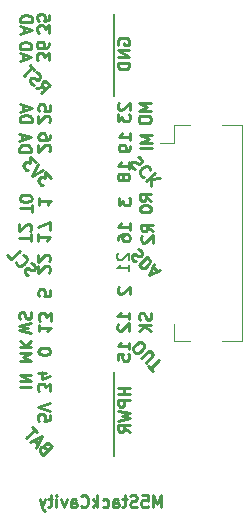
<source format=gbr>
G04 #@! TF.GenerationSoftware,KiCad,Pcbnew,5.0.2-bee76a0~70~ubuntu18.04.1*
G04 #@! TF.CreationDate,2019-05-12T18:15:27+09:00*
G04 #@! TF.ProjectId,top_pcb,746f705f-7063-4622-9e6b-696361645f70,rev?*
G04 #@! TF.SameCoordinates,Original*
G04 #@! TF.FileFunction,Legend,Bot*
G04 #@! TF.FilePolarity,Positive*
%FSLAX46Y46*%
G04 Gerber Fmt 4.6, Leading zero omitted, Abs format (unit mm)*
G04 Created by KiCad (PCBNEW 5.0.2-bee76a0~70~ubuntu18.04.1) date 2019年05月12日 18時15分27秒*
%MOMM*%
%LPD*%
G01*
G04 APERTURE LIST*
%ADD10C,0.200000*%
%ADD11C,0.250000*%
%ADD12C,0.120000*%
G04 APERTURE END LIST*
D10*
X135915400Y-86715600D02*
X135915400Y-93878400D01*
X135902700Y-63347600D02*
X135940800Y-56413400D01*
D11*
X139905738Y-98178880D02*
X139905738Y-97178880D01*
X139572404Y-97893166D01*
X139239071Y-97178880D01*
X139239071Y-98178880D01*
X138286690Y-97178880D02*
X138762880Y-97178880D01*
X138810500Y-97655071D01*
X138762880Y-97607452D01*
X138667642Y-97559833D01*
X138429547Y-97559833D01*
X138334309Y-97607452D01*
X138286690Y-97655071D01*
X138239071Y-97750309D01*
X138239071Y-97988404D01*
X138286690Y-98083642D01*
X138334309Y-98131261D01*
X138429547Y-98178880D01*
X138667642Y-98178880D01*
X138762880Y-98131261D01*
X138810500Y-98083642D01*
X137858119Y-98131261D02*
X137715261Y-98178880D01*
X137477166Y-98178880D01*
X137381928Y-98131261D01*
X137334309Y-98083642D01*
X137286690Y-97988404D01*
X137286690Y-97893166D01*
X137334309Y-97797928D01*
X137381928Y-97750309D01*
X137477166Y-97702690D01*
X137667642Y-97655071D01*
X137762880Y-97607452D01*
X137810500Y-97559833D01*
X137858119Y-97464595D01*
X137858119Y-97369357D01*
X137810500Y-97274119D01*
X137762880Y-97226500D01*
X137667642Y-97178880D01*
X137429547Y-97178880D01*
X137286690Y-97226500D01*
X137000976Y-97512214D02*
X136620023Y-97512214D01*
X136858119Y-97178880D02*
X136858119Y-98036023D01*
X136810500Y-98131261D01*
X136715261Y-98178880D01*
X136620023Y-98178880D01*
X135858119Y-98178880D02*
X135858119Y-97655071D01*
X135905738Y-97559833D01*
X136000976Y-97512214D01*
X136191452Y-97512214D01*
X136286690Y-97559833D01*
X135858119Y-98131261D02*
X135953357Y-98178880D01*
X136191452Y-98178880D01*
X136286690Y-98131261D01*
X136334309Y-98036023D01*
X136334309Y-97940785D01*
X136286690Y-97845547D01*
X136191452Y-97797928D01*
X135953357Y-97797928D01*
X135858119Y-97750309D01*
X134953357Y-98131261D02*
X135048595Y-98178880D01*
X135239071Y-98178880D01*
X135334309Y-98131261D01*
X135381928Y-98083642D01*
X135429547Y-97988404D01*
X135429547Y-97702690D01*
X135381928Y-97607452D01*
X135334309Y-97559833D01*
X135239071Y-97512214D01*
X135048595Y-97512214D01*
X134953357Y-97559833D01*
X134524785Y-98178880D02*
X134524785Y-97178880D01*
X134429547Y-97797928D02*
X134143833Y-98178880D01*
X134143833Y-97512214D02*
X134524785Y-97893166D01*
X133143833Y-98083642D02*
X133191452Y-98131261D01*
X133334309Y-98178880D01*
X133429547Y-98178880D01*
X133572404Y-98131261D01*
X133667642Y-98036023D01*
X133715261Y-97940785D01*
X133762880Y-97750309D01*
X133762880Y-97607452D01*
X133715261Y-97416976D01*
X133667642Y-97321738D01*
X133572404Y-97226500D01*
X133429547Y-97178880D01*
X133334309Y-97178880D01*
X133191452Y-97226500D01*
X133143833Y-97274119D01*
X132286690Y-98178880D02*
X132286690Y-97655071D01*
X132334309Y-97559833D01*
X132429547Y-97512214D01*
X132620023Y-97512214D01*
X132715261Y-97559833D01*
X132286690Y-98131261D02*
X132381928Y-98178880D01*
X132620023Y-98178880D01*
X132715261Y-98131261D01*
X132762880Y-98036023D01*
X132762880Y-97940785D01*
X132715261Y-97845547D01*
X132620023Y-97797928D01*
X132381928Y-97797928D01*
X132286690Y-97750309D01*
X131905738Y-97512214D02*
X131667642Y-98178880D01*
X131429547Y-97512214D01*
X131048595Y-98178880D02*
X131048595Y-97512214D01*
X131048595Y-97178880D02*
X131096214Y-97226500D01*
X131048595Y-97274119D01*
X131000976Y-97226500D01*
X131048595Y-97178880D01*
X131048595Y-97274119D01*
X130715261Y-97512214D02*
X130334309Y-97512214D01*
X130572404Y-97178880D02*
X130572404Y-98036023D01*
X130524785Y-98131261D01*
X130429547Y-98178880D01*
X130334309Y-98178880D01*
X130096214Y-97512214D02*
X129858119Y-98178880D01*
X129620023Y-97512214D02*
X129858119Y-98178880D01*
X129953357Y-98416976D01*
X130000976Y-98464595D01*
X130096214Y-98512214D01*
X130481319Y-88337923D02*
X130481319Y-87718876D01*
X130100366Y-88052209D01*
X130100366Y-87909352D01*
X130052747Y-87814114D01*
X130005128Y-87766495D01*
X129909890Y-87718876D01*
X129671795Y-87718876D01*
X129576557Y-87766495D01*
X129528938Y-87814114D01*
X129481319Y-87909352D01*
X129481319Y-88195066D01*
X129528938Y-88290304D01*
X129576557Y-88337923D01*
X130147985Y-86861733D02*
X129481319Y-86861733D01*
X130528938Y-87099828D02*
X129814652Y-87337923D01*
X129814652Y-86718876D01*
X127931919Y-88014109D02*
X128931919Y-88014109D01*
X127931919Y-87537919D02*
X128931919Y-87537919D01*
X127931919Y-86966490D01*
X128931919Y-86966490D01*
X130532119Y-85036019D02*
X130532119Y-84940780D01*
X130484500Y-84845542D01*
X130436880Y-84797923D01*
X130341642Y-84750304D01*
X130151166Y-84702685D01*
X129913071Y-84702685D01*
X129722595Y-84750304D01*
X129627357Y-84797923D01*
X129579738Y-84845542D01*
X129532119Y-84940780D01*
X129532119Y-85036019D01*
X129579738Y-85131257D01*
X129627357Y-85178876D01*
X129722595Y-85226495D01*
X129913071Y-85274114D01*
X130151166Y-85274114D01*
X130341642Y-85226495D01*
X130436880Y-85178876D01*
X130484500Y-85131257D01*
X130532119Y-85036019D01*
X127931919Y-85796333D02*
X128931919Y-85796333D01*
X128217633Y-85463000D01*
X128931919Y-85129666D01*
X127931919Y-85129666D01*
X127931919Y-84653476D02*
X128931919Y-84653476D01*
X127931919Y-84082047D02*
X128503347Y-84510619D01*
X128931919Y-84082047D02*
X128360490Y-84653476D01*
X137231380Y-84823323D02*
X137231380Y-84251895D01*
X137231380Y-84537609D02*
X136231380Y-84537609D01*
X136374238Y-84442371D01*
X136469476Y-84347133D01*
X136517095Y-84251895D01*
X136231380Y-85728085D02*
X136231380Y-85251895D01*
X136707571Y-85204276D01*
X136659952Y-85251895D01*
X136612333Y-85347133D01*
X136612333Y-85585228D01*
X136659952Y-85680466D01*
X136707571Y-85728085D01*
X136802809Y-85775704D01*
X137040904Y-85775704D01*
X137136142Y-85728085D01*
X137183761Y-85680466D01*
X137231380Y-85585228D01*
X137231380Y-85347133D01*
X137183761Y-85251895D01*
X137136142Y-85204276D01*
X137589668Y-84973318D02*
X137724355Y-85108005D01*
X137825370Y-85141677D01*
X137960057Y-85141677D01*
X138128416Y-85040661D01*
X138364118Y-84804959D01*
X138465133Y-84636600D01*
X138465133Y-84501913D01*
X138431461Y-84400898D01*
X138296774Y-84266211D01*
X138195759Y-84232539D01*
X138061072Y-84232539D01*
X137892713Y-84333555D01*
X137657011Y-84569257D01*
X137555996Y-84737616D01*
X137555996Y-84872303D01*
X137589668Y-84973318D01*
X138195759Y-85579409D02*
X138768179Y-85006990D01*
X138869194Y-84973318D01*
X138936538Y-84973318D01*
X139037553Y-85006990D01*
X139172240Y-85141677D01*
X139205912Y-85242692D01*
X139205912Y-85310035D01*
X139172240Y-85411051D01*
X138599820Y-85983470D01*
X138835522Y-86219173D02*
X139239583Y-86623234D01*
X139744660Y-85714096D02*
X139037553Y-86421203D01*
X137205980Y-82296023D02*
X137205980Y-81724595D01*
X137205980Y-82010309D02*
X136205980Y-82010309D01*
X136348838Y-81915071D01*
X136444076Y-81819833D01*
X136491695Y-81724595D01*
X136301219Y-82676976D02*
X136253600Y-82724595D01*
X136205980Y-82819833D01*
X136205980Y-83057928D01*
X136253600Y-83153166D01*
X136301219Y-83200785D01*
X136396457Y-83248404D01*
X136491695Y-83248404D01*
X136634552Y-83200785D01*
X137205980Y-82629357D01*
X137205980Y-83248404D01*
X129557519Y-82727776D02*
X129557519Y-83299204D01*
X129557519Y-83013490D02*
X130557519Y-83013490D01*
X130414661Y-83108728D01*
X130319423Y-83203966D01*
X130271804Y-83299204D01*
X130557519Y-82394442D02*
X130557519Y-81775395D01*
X130176566Y-82108728D01*
X130176566Y-81965871D01*
X130128947Y-81870633D01*
X130081328Y-81823014D01*
X129986090Y-81775395D01*
X129747995Y-81775395D01*
X129652757Y-81823014D01*
X129605138Y-81870633D01*
X129557519Y-81965871D01*
X129557519Y-82251585D01*
X129605138Y-82346823D01*
X129652757Y-82394442D01*
X128906519Y-83442061D02*
X127906519Y-83203966D01*
X128620804Y-83013490D01*
X127906519Y-82823014D01*
X128906519Y-82584919D01*
X127954138Y-82251585D02*
X127906519Y-82108728D01*
X127906519Y-81870633D01*
X127954138Y-81775395D01*
X128001757Y-81727776D01*
X128096995Y-81680157D01*
X128192233Y-81680157D01*
X128287471Y-81727776D01*
X128335090Y-81775395D01*
X128382709Y-81870633D01*
X128430328Y-82061109D01*
X128477947Y-82156347D01*
X128525566Y-82203966D01*
X128620804Y-82251585D01*
X128716042Y-82251585D01*
X128811280Y-82203966D01*
X128858900Y-82156347D01*
X128906519Y-82061109D01*
X128906519Y-81823014D01*
X128858900Y-81680157D01*
X139025261Y-81738885D02*
X139072880Y-81881742D01*
X139072880Y-82119838D01*
X139025261Y-82215076D01*
X138977642Y-82262695D01*
X138882404Y-82310314D01*
X138787166Y-82310314D01*
X138691928Y-82262695D01*
X138644309Y-82215076D01*
X138596690Y-82119838D01*
X138549071Y-81929361D01*
X138501452Y-81834123D01*
X138453833Y-81786504D01*
X138358595Y-81738885D01*
X138263357Y-81738885D01*
X138168119Y-81786504D01*
X138120500Y-81834123D01*
X138072880Y-81929361D01*
X138072880Y-82167457D01*
X138120500Y-82310314D01*
X139072880Y-82738885D02*
X138072880Y-82738885D01*
X139072880Y-83310314D02*
X138501452Y-82881742D01*
X138072880Y-83310314D02*
X138644309Y-82738885D01*
X137282180Y-88058857D02*
X136282180Y-88058857D01*
X136758371Y-88058857D02*
X136758371Y-88630285D01*
X137282180Y-88630285D02*
X136282180Y-88630285D01*
X137282180Y-89106476D02*
X136282180Y-89106476D01*
X136282180Y-89487428D01*
X136329800Y-89582666D01*
X136377419Y-89630285D01*
X136472657Y-89677904D01*
X136615514Y-89677904D01*
X136710752Y-89630285D01*
X136758371Y-89582666D01*
X136805990Y-89487428D01*
X136805990Y-89106476D01*
X136282180Y-90011238D02*
X137282180Y-90249333D01*
X136567895Y-90439809D01*
X137282180Y-90630285D01*
X136282180Y-90868380D01*
X137282180Y-91820761D02*
X136805990Y-91487428D01*
X137282180Y-91249333D02*
X136282180Y-91249333D01*
X136282180Y-91630285D01*
X136329800Y-91725523D01*
X136377419Y-91773142D01*
X136472657Y-91820761D01*
X136615514Y-91820761D01*
X136710752Y-91773142D01*
X136758371Y-91725523D01*
X136805990Y-91630285D01*
X136805990Y-91249333D01*
X139098280Y-72261433D02*
X138622090Y-71928100D01*
X139098280Y-71690004D02*
X138098280Y-71690004D01*
X138098280Y-72070957D01*
X138145900Y-72166195D01*
X138193519Y-72213814D01*
X138288757Y-72261433D01*
X138431614Y-72261433D01*
X138526852Y-72213814D01*
X138574471Y-72166195D01*
X138622090Y-72070957D01*
X138622090Y-71690004D01*
X138098280Y-72880480D02*
X138098280Y-72975719D01*
X138145900Y-73070957D01*
X138193519Y-73118576D01*
X138288757Y-73166195D01*
X138479233Y-73213814D01*
X138717328Y-73213814D01*
X138907804Y-73166195D01*
X139003042Y-73118576D01*
X139050661Y-73070957D01*
X139098280Y-72975719D01*
X139098280Y-72880480D01*
X139050661Y-72785242D01*
X139003042Y-72737623D01*
X138907804Y-72690004D01*
X138717328Y-72642385D01*
X138479233Y-72642385D01*
X138288757Y-72690004D01*
X138193519Y-72737623D01*
X138145900Y-72785242D01*
X138098280Y-72880480D01*
X128957319Y-73177304D02*
X128957319Y-72605876D01*
X127957319Y-72891590D02*
X128957319Y-72891590D01*
X128957319Y-72082066D02*
X128957319Y-71986828D01*
X128909700Y-71891590D01*
X128862080Y-71843971D01*
X128766842Y-71796352D01*
X128576366Y-71748733D01*
X128338271Y-71748733D01*
X128147795Y-71796352D01*
X128052557Y-71843971D01*
X128004938Y-71891590D01*
X127957319Y-71986828D01*
X127957319Y-72082066D01*
X128004938Y-72177304D01*
X128052557Y-72224923D01*
X128147795Y-72272542D01*
X128338271Y-72320161D01*
X128576366Y-72320161D01*
X128766842Y-72272542D01*
X128862080Y-72224923D01*
X128909700Y-72177304D01*
X128957319Y-72082066D01*
X139212580Y-74826833D02*
X138736390Y-74493500D01*
X139212580Y-74255404D02*
X138212580Y-74255404D01*
X138212580Y-74636357D01*
X138260200Y-74731595D01*
X138307819Y-74779214D01*
X138403057Y-74826833D01*
X138545914Y-74826833D01*
X138641152Y-74779214D01*
X138688771Y-74731595D01*
X138736390Y-74636357D01*
X138736390Y-74255404D01*
X138307819Y-75207785D02*
X138260200Y-75255404D01*
X138212580Y-75350642D01*
X138212580Y-75588738D01*
X138260200Y-75683976D01*
X138307819Y-75731595D01*
X138403057Y-75779214D01*
X138498295Y-75779214D01*
X138641152Y-75731595D01*
X139212580Y-75160166D01*
X139212580Y-75779214D01*
X128906519Y-75653804D02*
X128906519Y-75082376D01*
X127906519Y-75368090D02*
X128906519Y-75368090D01*
X128811280Y-74796661D02*
X128858900Y-74749042D01*
X128906519Y-74653804D01*
X128906519Y-74415709D01*
X128858900Y-74320471D01*
X128811280Y-74272852D01*
X128716042Y-74225233D01*
X128620804Y-74225233D01*
X128477947Y-74272852D01*
X127906519Y-74844280D01*
X127906519Y-74225233D01*
X127957319Y-65562076D02*
X128957319Y-65562076D01*
X128957319Y-65323980D01*
X128909700Y-65181123D01*
X128814461Y-65085885D01*
X128719223Y-65038266D01*
X128528747Y-64990647D01*
X128385890Y-64990647D01*
X128195414Y-65038266D01*
X128100176Y-65085885D01*
X128004938Y-65181123D01*
X127957319Y-65323980D01*
X127957319Y-65562076D01*
X128243033Y-64609695D02*
X128243033Y-64133504D01*
X127957319Y-64704933D02*
X128957319Y-64371600D01*
X127957319Y-64038266D01*
X127881119Y-68076676D02*
X128881119Y-68076676D01*
X128881119Y-67838580D01*
X128833500Y-67695723D01*
X128738261Y-67600485D01*
X128643023Y-67552866D01*
X128452547Y-67505247D01*
X128309690Y-67505247D01*
X128119214Y-67552866D01*
X128023976Y-67600485D01*
X127928738Y-67695723D01*
X127881119Y-67838580D01*
X127881119Y-68076676D01*
X128166833Y-67124295D02*
X128166833Y-66648104D01*
X127881119Y-67219533D02*
X128881119Y-66886200D01*
X127881119Y-66552866D01*
X128281133Y-57989695D02*
X128281133Y-57513504D01*
X127995419Y-58084933D02*
X128995419Y-57751600D01*
X127995419Y-57418266D01*
X127995419Y-57084933D02*
X128995419Y-57084933D01*
X128995419Y-56846838D01*
X128947800Y-56703980D01*
X128852561Y-56608742D01*
X128757323Y-56561123D01*
X128566847Y-56513504D01*
X128423990Y-56513504D01*
X128233514Y-56561123D01*
X128138276Y-56608742D01*
X128043038Y-56703980D01*
X127995419Y-56846838D01*
X127995419Y-57084933D01*
X128217633Y-60301095D02*
X128217633Y-59824904D01*
X127931919Y-60396333D02*
X128931919Y-60063000D01*
X127931919Y-59729666D01*
X127931919Y-59396333D02*
X128931919Y-59396333D01*
X128931919Y-59158238D01*
X128884300Y-59015380D01*
X128789061Y-58920142D01*
X128693823Y-58872523D01*
X128503347Y-58824904D01*
X128360490Y-58824904D01*
X128170014Y-58872523D01*
X128074776Y-58920142D01*
X127979538Y-59015380D01*
X127931919Y-59158238D01*
X127931919Y-59396333D01*
X137934072Y-68502252D02*
X138068759Y-68569596D01*
X138237118Y-68737955D01*
X138270790Y-68838970D01*
X138270790Y-68906313D01*
X138237118Y-69007329D01*
X138169774Y-69074672D01*
X138068759Y-69108344D01*
X138001416Y-69108344D01*
X137900400Y-69074672D01*
X137732042Y-68973657D01*
X137631026Y-68939985D01*
X137563683Y-68939985D01*
X137462668Y-68973657D01*
X137395324Y-69041000D01*
X137361652Y-69142016D01*
X137361652Y-69209359D01*
X137395324Y-69310374D01*
X137563683Y-69478733D01*
X137698370Y-69546077D01*
X139011568Y-69647092D02*
X139011568Y-69579748D01*
X138944225Y-69445061D01*
X138876881Y-69377718D01*
X138742194Y-69310374D01*
X138607507Y-69310374D01*
X138506492Y-69344046D01*
X138338133Y-69445061D01*
X138237118Y-69546077D01*
X138136103Y-69714435D01*
X138102431Y-69815451D01*
X138102431Y-69950138D01*
X138169774Y-70084825D01*
X138237118Y-70152168D01*
X138371805Y-70219512D01*
X138439148Y-70219512D01*
X139381957Y-69882794D02*
X138674851Y-70589901D01*
X139786018Y-70286855D02*
X139078912Y-70387870D01*
X139078912Y-70993962D02*
X139078912Y-70185840D01*
X137231380Y-69570623D02*
X137231380Y-68999195D01*
X137231380Y-69284909D02*
X136231380Y-69284909D01*
X136374238Y-69189671D01*
X136469476Y-69094433D01*
X136517095Y-68999195D01*
X136659952Y-70142052D02*
X136612333Y-70046814D01*
X136564714Y-69999195D01*
X136469476Y-69951576D01*
X136421857Y-69951576D01*
X136326619Y-69999195D01*
X136279000Y-70046814D01*
X136231380Y-70142052D01*
X136231380Y-70332528D01*
X136279000Y-70427766D01*
X136326619Y-70475385D01*
X136421857Y-70523004D01*
X136469476Y-70523004D01*
X136564714Y-70475385D01*
X136612333Y-70427766D01*
X136659952Y-70332528D01*
X136659952Y-70142052D01*
X136707571Y-70046814D01*
X136755190Y-69999195D01*
X136850428Y-69951576D01*
X137040904Y-69951576D01*
X137136142Y-69999195D01*
X137183761Y-70046814D01*
X137231380Y-70142052D01*
X137231380Y-70332528D01*
X137183761Y-70427766D01*
X137136142Y-70475385D01*
X137040904Y-70523004D01*
X136850428Y-70523004D01*
X136755190Y-70475385D01*
X136707571Y-70427766D01*
X136659952Y-70332528D01*
X139022080Y-63938257D02*
X138022080Y-63938257D01*
X138736366Y-64271590D01*
X138022080Y-64604923D01*
X139022080Y-64604923D01*
X138022080Y-65271590D02*
X138022080Y-65462066D01*
X138069700Y-65557304D01*
X138164938Y-65652542D01*
X138355414Y-65700161D01*
X138688747Y-65700161D01*
X138879223Y-65652542D01*
X138974461Y-65557304D01*
X139022080Y-65462066D01*
X139022080Y-65271590D01*
X138974461Y-65176352D01*
X138879223Y-65081114D01*
X138688747Y-65033495D01*
X138355414Y-65033495D01*
X138164938Y-65081114D01*
X138069700Y-65176352D01*
X138022080Y-65271590D01*
X137307580Y-67119523D02*
X137307580Y-66548095D01*
X137307580Y-66833809D02*
X136307580Y-66833809D01*
X136450438Y-66738571D01*
X136545676Y-66643333D01*
X136593295Y-66548095D01*
X137307580Y-67595714D02*
X137307580Y-67786190D01*
X137259961Y-67881428D01*
X137212342Y-67929047D01*
X137069485Y-68024285D01*
X136879009Y-68071904D01*
X136498057Y-68071904D01*
X136402819Y-68024285D01*
X136355200Y-67976666D01*
X136307580Y-67881428D01*
X136307580Y-67690952D01*
X136355200Y-67595714D01*
X136402819Y-67548095D01*
X136498057Y-67500476D01*
X136736152Y-67500476D01*
X136831390Y-67548095D01*
X136879009Y-67595714D01*
X136926628Y-67690952D01*
X136926628Y-67881428D01*
X136879009Y-67976666D01*
X136831390Y-68024285D01*
X136736152Y-68071904D01*
X136352019Y-63982695D02*
X136304400Y-64030314D01*
X136256780Y-64125552D01*
X136256780Y-64363647D01*
X136304400Y-64458885D01*
X136352019Y-64506504D01*
X136447257Y-64554123D01*
X136542495Y-64554123D01*
X136685352Y-64506504D01*
X137256780Y-63935076D01*
X137256780Y-64554123D01*
X136256780Y-64887457D02*
X136256780Y-65506504D01*
X136637733Y-65173171D01*
X136637733Y-65316028D01*
X136685352Y-65411266D01*
X136732971Y-65458885D01*
X136828209Y-65506504D01*
X137066304Y-65506504D01*
X137161542Y-65458885D01*
X137209161Y-65411266D01*
X137256780Y-65316028D01*
X137256780Y-65030314D01*
X137209161Y-64935076D01*
X137161542Y-64887457D01*
X139161780Y-66662371D02*
X138161780Y-66662371D01*
X138876066Y-66995704D01*
X138161780Y-67329038D01*
X139161780Y-67329038D01*
X139161780Y-67805228D02*
X138161780Y-67805228D01*
X128685883Y-78559903D02*
X128551196Y-78492560D01*
X128382838Y-78324201D01*
X128349166Y-78223186D01*
X128349166Y-78155842D01*
X128382838Y-78054827D01*
X128450181Y-77987483D01*
X128551196Y-77953812D01*
X128618540Y-77953812D01*
X128719555Y-77987483D01*
X128887914Y-78088499D01*
X128988929Y-78122170D01*
X129056273Y-78122170D01*
X129157288Y-78088499D01*
X129224631Y-78021155D01*
X129258303Y-77920140D01*
X129258303Y-77852796D01*
X129224631Y-77751781D01*
X129056273Y-77583422D01*
X128921586Y-77516079D01*
X127608387Y-77415064D02*
X127608387Y-77482407D01*
X127675731Y-77617094D01*
X127743074Y-77684438D01*
X127877761Y-77751781D01*
X128012448Y-77751781D01*
X128113464Y-77718109D01*
X128281822Y-77617094D01*
X128382838Y-77516079D01*
X128483853Y-77347720D01*
X128517525Y-77246705D01*
X128517525Y-77112018D01*
X128450181Y-76977331D01*
X128382838Y-76909987D01*
X128248151Y-76842644D01*
X128180807Y-76842644D01*
X126901281Y-76842644D02*
X127237998Y-77179361D01*
X127945105Y-76472255D01*
X137984580Y-76325160D02*
X138119267Y-76392503D01*
X138287625Y-76560862D01*
X138321297Y-76661877D01*
X138321297Y-76729221D01*
X138287625Y-76830236D01*
X138220282Y-76897580D01*
X138119267Y-76931251D01*
X138051923Y-76931251D01*
X137950908Y-76897580D01*
X137782549Y-76796564D01*
X137681534Y-76762893D01*
X137614190Y-76762893D01*
X137513175Y-76796564D01*
X137445832Y-76863908D01*
X137412160Y-76964923D01*
X137412160Y-77032267D01*
X137445832Y-77133282D01*
X137614190Y-77301641D01*
X137748877Y-77368984D01*
X138725358Y-76998595D02*
X138018251Y-77705702D01*
X138186610Y-77874061D01*
X138321297Y-77941404D01*
X138455984Y-77941404D01*
X138557000Y-77907732D01*
X138725358Y-77806717D01*
X138826374Y-77705702D01*
X138927389Y-77537343D01*
X138961061Y-77436328D01*
X138961061Y-77301641D01*
X138893717Y-77166954D01*
X138725358Y-76998595D01*
X139196763Y-77874061D02*
X139533480Y-78210778D01*
X139331450Y-77604687D02*
X138860045Y-78547496D01*
X139802854Y-78076091D01*
X130411480Y-78320804D02*
X130459100Y-78273185D01*
X130506719Y-78177947D01*
X130506719Y-77939852D01*
X130459100Y-77844614D01*
X130411480Y-77796995D01*
X130316242Y-77749376D01*
X130221004Y-77749376D01*
X130078147Y-77796995D01*
X129506719Y-78368423D01*
X129506719Y-77749376D01*
X130411480Y-77368423D02*
X130459100Y-77320804D01*
X130506719Y-77225566D01*
X130506719Y-76987471D01*
X130459100Y-76892233D01*
X130411480Y-76844614D01*
X130316242Y-76796995D01*
X130221004Y-76796995D01*
X130078147Y-76844614D01*
X129506719Y-77416042D01*
X129506719Y-76796995D01*
X136279000Y-59016995D02*
X136231380Y-58921757D01*
X136231380Y-58778900D01*
X136279000Y-58636042D01*
X136374238Y-58540804D01*
X136469476Y-58493185D01*
X136659952Y-58445566D01*
X136802809Y-58445566D01*
X136993285Y-58493185D01*
X137088523Y-58540804D01*
X137183761Y-58636042D01*
X137231380Y-58778900D01*
X137231380Y-58874138D01*
X137183761Y-59016995D01*
X137136142Y-59064614D01*
X136802809Y-59064614D01*
X136802809Y-58874138D01*
X137231380Y-59493185D02*
X136231380Y-59493185D01*
X137231380Y-60064614D01*
X136231380Y-60064614D01*
X137231380Y-60540804D02*
X136231380Y-60540804D01*
X136231380Y-60778900D01*
X136279000Y-60921757D01*
X136374238Y-61016995D01*
X136469476Y-61064614D01*
X136659952Y-61112233D01*
X136802809Y-61112233D01*
X136993285Y-61064614D01*
X137088523Y-61016995D01*
X137183761Y-60921757D01*
X137231380Y-60778900D01*
X137231380Y-60540804D01*
D10*
X136275819Y-76695395D02*
X136228200Y-76743014D01*
X136180580Y-76838252D01*
X136180580Y-77076347D01*
X136228200Y-77171585D01*
X136275819Y-77219204D01*
X136371057Y-77266823D01*
X136466295Y-77266823D01*
X136609152Y-77219204D01*
X137180580Y-76647776D01*
X137180580Y-77266823D01*
X137180580Y-78219204D02*
X137180580Y-77647776D01*
X137180580Y-77933490D02*
X136180580Y-77933490D01*
X136323438Y-77838252D01*
X136418676Y-77743014D01*
X136466295Y-77647776D01*
D11*
X130392419Y-60347123D02*
X130392419Y-59728076D01*
X130011466Y-60061409D01*
X130011466Y-59918552D01*
X129963847Y-59823314D01*
X129916228Y-59775695D01*
X129820990Y-59728076D01*
X129582895Y-59728076D01*
X129487657Y-59775695D01*
X129440038Y-59823314D01*
X129392419Y-59918552D01*
X129392419Y-60204266D01*
X129440038Y-60299504D01*
X129487657Y-60347123D01*
X130392419Y-58870933D02*
X130392419Y-59061409D01*
X130344800Y-59156647D01*
X130297180Y-59204266D01*
X130154323Y-59299504D01*
X129963847Y-59347123D01*
X129582895Y-59347123D01*
X129487657Y-59299504D01*
X129440038Y-59251885D01*
X129392419Y-59156647D01*
X129392419Y-58966171D01*
X129440038Y-58870933D01*
X129487657Y-58823314D01*
X129582895Y-58775695D01*
X129820990Y-58775695D01*
X129916228Y-58823314D01*
X129963847Y-58870933D01*
X130011466Y-58966171D01*
X130011466Y-59156647D01*
X129963847Y-59251885D01*
X129916228Y-59299504D01*
X129820990Y-59347123D01*
X130561390Y-70274740D02*
X130123657Y-69837007D01*
X130089986Y-70342083D01*
X129988970Y-70241068D01*
X129887955Y-70207396D01*
X129820612Y-70207396D01*
X129719596Y-70241068D01*
X129551238Y-70409427D01*
X129517566Y-70510442D01*
X129517566Y-70577786D01*
X129551238Y-70678801D01*
X129753268Y-70880831D01*
X129854283Y-70914503D01*
X129921627Y-70914503D01*
X129921627Y-69634977D02*
X128978818Y-70106381D01*
X129450222Y-69163572D01*
X129281864Y-68995213D02*
X128844131Y-68557481D01*
X128810459Y-69062557D01*
X128709444Y-68961542D01*
X128608429Y-68927870D01*
X128541085Y-68927870D01*
X128440070Y-68961542D01*
X128271711Y-69129900D01*
X128238039Y-69230916D01*
X128238039Y-69298259D01*
X128271711Y-69399274D01*
X128473742Y-69601305D01*
X128574757Y-69634977D01*
X128642100Y-69634977D01*
X130443219Y-58010323D02*
X130443219Y-57391276D01*
X130062266Y-57724609D01*
X130062266Y-57581752D01*
X130014647Y-57486514D01*
X129967028Y-57438895D01*
X129871790Y-57391276D01*
X129633695Y-57391276D01*
X129538457Y-57438895D01*
X129490838Y-57486514D01*
X129443219Y-57581752D01*
X129443219Y-57867466D01*
X129490838Y-57962704D01*
X129538457Y-58010323D01*
X130443219Y-56486514D02*
X130443219Y-56962704D01*
X129967028Y-57010323D01*
X130014647Y-56962704D01*
X130062266Y-56867466D01*
X130062266Y-56629371D01*
X130014647Y-56534133D01*
X129967028Y-56486514D01*
X129871790Y-56438895D01*
X129633695Y-56438895D01*
X129538457Y-56486514D01*
X129490838Y-56534133D01*
X129443219Y-56629371D01*
X129443219Y-56867466D01*
X129490838Y-56962704D01*
X129538457Y-57010323D01*
X130061619Y-93143304D02*
X129926932Y-93075961D01*
X129859589Y-93075961D01*
X129758574Y-93109632D01*
X129657558Y-93210648D01*
X129623887Y-93311663D01*
X129623887Y-93379006D01*
X129657558Y-93480022D01*
X129926932Y-93749396D01*
X130634039Y-93042289D01*
X130398337Y-92806587D01*
X130297322Y-92772915D01*
X130229978Y-92772915D01*
X130128963Y-92806587D01*
X130061619Y-92873930D01*
X130027948Y-92974945D01*
X130027948Y-93042289D01*
X130061619Y-93143304D01*
X130297322Y-93379006D01*
X129455528Y-92873930D02*
X129118810Y-92537212D01*
X129320841Y-93143304D02*
X129792245Y-92200495D01*
X128849436Y-92671900D01*
X129421856Y-91830106D02*
X129017795Y-91426045D01*
X128512719Y-92335182D02*
X129219825Y-91628075D01*
X129353343Y-62721206D02*
X129925763Y-62620191D01*
X129757404Y-63125267D02*
X130464511Y-62418161D01*
X130195137Y-62148787D01*
X130094122Y-62115115D01*
X130026778Y-62115115D01*
X129925763Y-62148787D01*
X129824748Y-62249802D01*
X129791076Y-62350817D01*
X129791076Y-62418161D01*
X129824748Y-62519176D01*
X130094122Y-62788550D01*
X129117641Y-62418161D02*
X128982954Y-62350817D01*
X128814595Y-62182458D01*
X128780923Y-62081443D01*
X128780923Y-62014100D01*
X128814595Y-61913084D01*
X128881938Y-61845741D01*
X128982954Y-61812069D01*
X129050297Y-61812069D01*
X129151312Y-61845741D01*
X129319671Y-61946756D01*
X129420687Y-61980428D01*
X129488030Y-61980428D01*
X129589045Y-61946756D01*
X129656389Y-61879412D01*
X129690061Y-61778397D01*
X129690061Y-61711054D01*
X129656389Y-61610038D01*
X129488030Y-61441680D01*
X129353343Y-61374336D01*
X129184984Y-61138634D02*
X128780923Y-60734573D01*
X128275847Y-61643710D02*
X128982954Y-60936603D01*
X130481319Y-90360476D02*
X130481319Y-90836666D01*
X130005128Y-90884285D01*
X130052747Y-90836666D01*
X130100366Y-90741428D01*
X130100366Y-90503333D01*
X130052747Y-90408095D01*
X130005128Y-90360476D01*
X129909890Y-90312857D01*
X129671795Y-90312857D01*
X129576557Y-90360476D01*
X129528938Y-90408095D01*
X129481319Y-90503333D01*
X129481319Y-90741428D01*
X129528938Y-90836666D01*
X129576557Y-90884285D01*
X130481319Y-90027142D02*
X129481319Y-89693809D01*
X130481319Y-89360476D01*
X130436880Y-68071904D02*
X130484500Y-68024285D01*
X130532119Y-67929047D01*
X130532119Y-67690952D01*
X130484500Y-67595714D01*
X130436880Y-67548095D01*
X130341642Y-67500476D01*
X130246404Y-67500476D01*
X130103547Y-67548095D01*
X129532119Y-68119523D01*
X129532119Y-67500476D01*
X130532119Y-66643333D02*
X130532119Y-66833809D01*
X130484500Y-66929047D01*
X130436880Y-66976666D01*
X130294023Y-67071904D01*
X130103547Y-67119523D01*
X129722595Y-67119523D01*
X129627357Y-67071904D01*
X129579738Y-67024285D01*
X129532119Y-66929047D01*
X129532119Y-66738571D01*
X129579738Y-66643333D01*
X129627357Y-66595714D01*
X129722595Y-66548095D01*
X129960690Y-66548095D01*
X130055928Y-66595714D01*
X130103547Y-66643333D01*
X130151166Y-66738571D01*
X130151166Y-66929047D01*
X130103547Y-67024285D01*
X130055928Y-67071904D01*
X129960690Y-67119523D01*
X130411480Y-65608104D02*
X130459100Y-65560485D01*
X130506719Y-65465247D01*
X130506719Y-65227152D01*
X130459100Y-65131914D01*
X130411480Y-65084295D01*
X130316242Y-65036676D01*
X130221004Y-65036676D01*
X130078147Y-65084295D01*
X129506719Y-65655723D01*
X129506719Y-65036676D01*
X130506719Y-64131914D02*
X130506719Y-64608104D01*
X130030528Y-64655723D01*
X130078147Y-64608104D01*
X130125766Y-64512866D01*
X130125766Y-64274771D01*
X130078147Y-64179533D01*
X130030528Y-64131914D01*
X129935290Y-64084295D01*
X129697195Y-64084295D01*
X129601957Y-64131914D01*
X129554338Y-64179533D01*
X129506719Y-64274771D01*
X129506719Y-64512866D01*
X129554338Y-64608104D01*
X129601957Y-64655723D01*
X130506719Y-79797304D02*
X130506719Y-80273495D01*
X130030528Y-80321114D01*
X130078147Y-80273495D01*
X130125766Y-80178257D01*
X130125766Y-79940161D01*
X130078147Y-79844923D01*
X130030528Y-79797304D01*
X129935290Y-79749685D01*
X129697195Y-79749685D01*
X129601957Y-79797304D01*
X129554338Y-79844923D01*
X129506719Y-79940161D01*
X129506719Y-80178257D01*
X129554338Y-80273495D01*
X129601957Y-80321114D01*
X136352019Y-79559185D02*
X136304400Y-79606804D01*
X136256780Y-79702042D01*
X136256780Y-79940138D01*
X136304400Y-80035376D01*
X136352019Y-80082995D01*
X136447257Y-80130614D01*
X136542495Y-80130614D01*
X136685352Y-80082995D01*
X137256780Y-79511566D01*
X137256780Y-80130614D01*
X129532119Y-75056976D02*
X129532119Y-75628404D01*
X129532119Y-75342690D02*
X130532119Y-75342690D01*
X130389261Y-75437928D01*
X130294023Y-75533166D01*
X130246404Y-75628404D01*
X130532119Y-74723642D02*
X130532119Y-74056976D01*
X129532119Y-74485547D01*
X137256780Y-74714123D02*
X137256780Y-74142695D01*
X137256780Y-74428409D02*
X136256780Y-74428409D01*
X136399638Y-74333171D01*
X136494876Y-74237933D01*
X136542495Y-74142695D01*
X136256780Y-75571266D02*
X136256780Y-75380790D01*
X136304400Y-75285552D01*
X136352019Y-75237933D01*
X136494876Y-75142695D01*
X136685352Y-75095076D01*
X137066304Y-75095076D01*
X137161542Y-75142695D01*
X137209161Y-75190314D01*
X137256780Y-75285552D01*
X137256780Y-75476028D01*
X137209161Y-75571266D01*
X137161542Y-75618885D01*
X137066304Y-75666504D01*
X136828209Y-75666504D01*
X136732971Y-75618885D01*
X136685352Y-75571266D01*
X136637733Y-75476028D01*
X136637733Y-75285552D01*
X136685352Y-75190314D01*
X136732971Y-75142695D01*
X136828209Y-75095076D01*
X129582919Y-71989985D02*
X129582919Y-72561414D01*
X129582919Y-72275700D02*
X130582919Y-72275700D01*
X130440061Y-72370938D01*
X130344823Y-72466176D01*
X130297204Y-72561414D01*
X136307580Y-71993166D02*
X136307580Y-72612214D01*
X136688533Y-72278880D01*
X136688533Y-72421738D01*
X136736152Y-72516976D01*
X136783771Y-72564595D01*
X136879009Y-72612214D01*
X137117104Y-72612214D01*
X137212342Y-72564595D01*
X137259961Y-72516976D01*
X137307580Y-72421738D01*
X137307580Y-72136023D01*
X137259961Y-72040785D01*
X137212342Y-71993166D01*
D12*
G04 #@! TO.C,J1*
X141004000Y-67340000D02*
X141004000Y-65850000D01*
X141004000Y-65850000D02*
X142344000Y-65850000D01*
X141004000Y-82660000D02*
X141004000Y-84150000D01*
X141004000Y-84150000D02*
X142344000Y-84150000D01*
X145064000Y-65850000D02*
X146804000Y-65850000D01*
X146804000Y-65850000D02*
X146804000Y-84150000D01*
X146804000Y-84150000D02*
X145064000Y-84150000D01*
X141004000Y-67340000D02*
X139804000Y-67340000D01*
G04 #@! TD*
M02*

</source>
